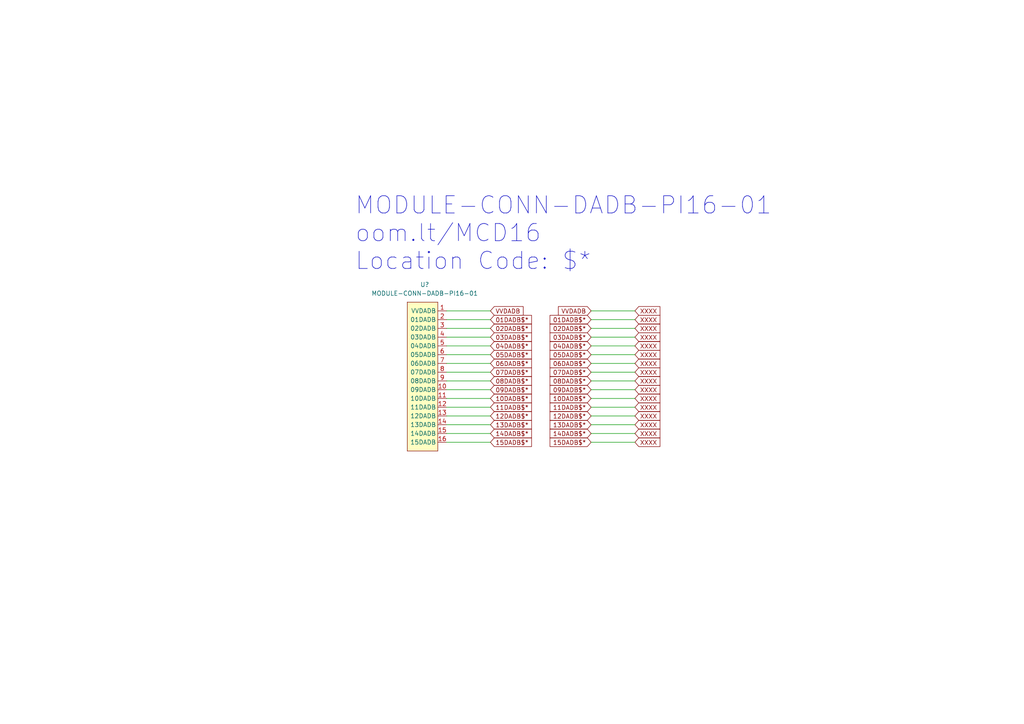
<source format=kicad_sch>
(kicad_sch (version 20211123) (generator eeschema)
  (paper "A4")
  (lib_symbols
    (symbol "oomlout_OOMP_modules:MODULE-CONN-DADB-PI16-01"
      (property "Reference" "U" (at 0 7.62 0))
      (property "Value" "MODULE-CONN-DADB-PI16-01" (at 0 5.08 0))
      (symbol "MODULE-CONN-DADB-PI16-01_0_1"
        (rectangle (start -11.43 2.54) (end -2.54 -40.64) (fill (type background)))
        (rectangle (start -1.27 -8.89) (end -1.27 -8.89))
      )
      (symbol "MODULE-CONN-DADB-PI16-01_1_1"
        (pin input line (at 0 0 180) (length 2.54) (name "VVDADB") (number "1"))
        (pin input line (at 0 -22.86 180) (length 2.54) (name "09DADB") (number "10"))
        (pin input line (at 0 -25.4 180) (length 2.54) (name "10DADB") (number "11"))
        (pin input line (at 0 -27.94 180) (length 2.54) (name "11DADB") (number "12"))
        (pin input line (at 0 -30.48 180) (length 2.54) (name "12DADB") (number "13"))
        (pin input line (at 0 -33.02 180) (length 2.54) (name "13DADB") (number "14"))
        (pin input line (at 0 -35.56 180) (length 2.54) (name "14DADB") (number "15"))
        (pin input line (at 0 -38.1 180) (length 2.54) (name "15DADB") (number "16"))
        (pin input line (at 0 -2.54 180) (length 2.54) (name "01DADB") (number "2"))
        (pin input line (at 0 -5.08 180) (length 2.54) (name "02DADB") (number "3"))
        (pin input line (at 0 -7.62 180) (length 2.54) (name "03DADB") (number "4"))
        (pin input line (at 0 -10.16 180) (length 2.54) (name "04DADB") (number "5"))
        (pin input line (at 0 -12.7 180) (length 2.54) (name "05DADB") (number "6"))
        (pin input line (at 0 -15.24 180) (length 2.54) (name "06DADB") (number "7"))
        (pin input line (at 0 -17.78 180) (length 2.54) (name "07DADB") (number "8"))
        (pin input line (at 0 -20.32 180) (length 2.54) (name "08DADB") (number "9"))
      )
    )
  )
  (wire (pts (xy 129.54 115.57) (xy 142.24 115.57)))
  (wire (pts (xy 171.45 95.25) (xy 184.15 95.25)))
  (wire (pts (xy 129.54 128.27) (xy 142.24 128.27)))
  (wire (pts (xy 171.45 110.49) (xy 184.15 110.49)))
  (wire (pts (xy 171.45 90.17) (xy 184.15 90.17)))
  (wire (pts (xy 171.45 105.41) (xy 184.15 105.41)))
  (wire (pts (xy 129.54 120.65) (xy 142.24 120.65)))
  (wire (pts (xy 129.54 107.95) (xy 142.24 107.95)))
  (wire (pts (xy 171.45 115.57) (xy 184.15 115.57)))
  (wire (pts (xy 129.54 113.03) (xy 142.24 113.03)))
  (wire (pts (xy 129.54 97.79) (xy 142.24 97.79)))
  (wire (pts (xy 171.45 125.73) (xy 184.15 125.73)))
  (wire (pts (xy 129.54 118.11) (xy 142.24 118.11)))
  (wire (pts (xy 171.45 123.19) (xy 184.15 123.19)))
  (wire (pts (xy 129.54 125.73) (xy 142.24 125.73)))
  (wire (pts (xy 171.45 120.65) (xy 184.15 120.65)))
  (wire (pts (xy 129.54 102.87) (xy 142.24 102.87)))
  (wire (pts (xy 129.54 95.25) (xy 142.24 95.25)))
  (wire (pts (xy 171.45 118.11) (xy 184.15 118.11)))
  (wire (pts (xy 171.45 107.95) (xy 184.15 107.95)))
  (wire (pts (xy 129.54 92.71) (xy 142.24 92.71)))
  (wire (pts (xy 129.54 105.41) (xy 142.24 105.41)))
  (wire (pts (xy 129.54 100.33) (xy 142.24 100.33)))
  (wire (pts (xy 171.45 102.87) (xy 184.15 102.87)))
  (wire (pts (xy 171.45 100.33) (xy 184.15 100.33)))
  (wire (pts (xy 171.45 128.27) (xy 184.15 128.27)))
  (wire (pts (xy 171.45 97.79) (xy 184.15 97.79)))
  (wire (pts (xy 129.54 110.49) (xy 142.24 110.49)))
  (wire (pts (xy 129.54 123.19) (xy 142.24 123.19)))
  (wire (pts (xy 129.54 90.17) (xy 142.24 90.17)))
  (wire (pts (xy 171.45 92.71) (xy 184.15 92.71)))
  (wire (pts (xy 171.45 113.03) (xy 184.15 113.03)))
  (text "MODULE-CONN-DADB-PI16-01\noom.lt/MCD16\nLocation Code: $*" (at 102.87 78.74 0) (effects (font (size 5 5)) (justify left bottom)))
  (global_label "03DADB$*" (shape input) (at 171.45 97.79 180) (property "Intersheet References" "${INTERSHEET_REFS}" (effects hide)))
  (global_label "XXXX" (shape input) (at 184.15 123.19 0) (property "Intersheet References" "${INTERSHEET_REFS}" (effects hide)))
  (global_label "XXXX" (shape input) (at 184.15 100.33 0) (property "Intersheet References" "${INTERSHEET_REFS}" (effects hide)))
  (global_label "12DADB$*" (shape input) (at 142.24 120.65 0) (property "Intersheet References" "${INTERSHEET_REFS}" (effects hide)))
  (global_label "13DADB$*" (shape input) (at 171.45 123.19 180) (property "Intersheet References" "${INTERSHEET_REFS}" (effects hide)))
  (global_label "XXXX" (shape input) (at 184.15 110.49 0) (property "Intersheet References" "${INTERSHEET_REFS}" (effects hide)))
  (global_label "15DADB$*" (shape input) (at 142.24 128.27 0) (property "Intersheet References" "${INTERSHEET_REFS}" (effects hide)))
  (global_label "10DADB$*" (shape input) (at 171.45 115.57 180) (property "Intersheet References" "${INTERSHEET_REFS}" (effects hide)))
  (global_label "XXXX" (shape input) (at 184.15 105.41 0) (property "Intersheet References" "${INTERSHEET_REFS}" (effects hide)))
  (global_label "14DADB$*" (shape input) (at 142.24 125.73 0) (property "Intersheet References" "${INTERSHEET_REFS}" (effects hide)))
  (global_label "01DADB$*" (shape input) (at 171.45 92.71 180) (property "Intersheet References" "${INTERSHEET_REFS}" (effects hide)))
  (global_label "04DADB$*" (shape input) (at 142.24 100.33 0) (property "Intersheet References" "${INTERSHEET_REFS}" (effects hide)))
  (global_label "XXXX" (shape input) (at 184.15 115.57 0) (property "Intersheet References" "${INTERSHEET_REFS}" (effects hide)))
  (global_label "XXXX" (shape input) (at 184.15 118.11 0) (property "Intersheet References" "${INTERSHEET_REFS}" (effects hide)))
  (global_label "06DADB$*" (shape input) (at 171.45 105.41 180) (property "Intersheet References" "${INTERSHEET_REFS}" (effects hide)))
  (global_label "13DADB$*" (shape input) (at 142.24 123.19 0) (property "Intersheet References" "${INTERSHEET_REFS}" (effects hide)))
  (global_label "XXXX" (shape input) (at 184.15 128.27 0) (property "Intersheet References" "${INTERSHEET_REFS}" (effects hide)))
  (global_label "05DADB$*" (shape input) (at 171.45 102.87 180) (property "Intersheet References" "${INTERSHEET_REFS}" (effects hide)))
  (global_label "01DADB$*" (shape input) (at 142.24 92.71 0) (property "Intersheet References" "${INTERSHEET_REFS}" (effects hide)))
  (global_label "11DADB$*" (shape input) (at 171.45 118.11 180) (property "Intersheet References" "${INTERSHEET_REFS}" (effects hide)))
  (global_label "XXXX" (shape input) (at 184.15 97.79 0) (property "Intersheet References" "${INTERSHEET_REFS}" (effects hide)))
  (global_label "XXXX" (shape input) (at 184.15 92.71 0) (property "Intersheet References" "${INTERSHEET_REFS}" (effects hide)))
  (global_label "14DADB$*" (shape input) (at 171.45 125.73 180) (property "Intersheet References" "${INTERSHEET_REFS}" (effects hide)))
  (global_label "XXXX" (shape input) (at 184.15 113.03 0) (property "Intersheet References" "${INTERSHEET_REFS}" (effects hide)))
  (global_label "07DADB$*" (shape input) (at 142.24 107.95 0) (property "Intersheet References" "${INTERSHEET_REFS}" (effects hide)))
  (global_label "XXXX" (shape input) (at 184.15 95.25 0) (property "Intersheet References" "${INTERSHEET_REFS}" (effects hide)))
  (global_label "XXXX" (shape input) (at 184.15 120.65 0) (property "Intersheet References" "${INTERSHEET_REFS}" (effects hide)))
  (global_label "04DADB$*" (shape input) (at 171.45 100.33 180) (property "Intersheet References" "${INTERSHEET_REFS}" (effects hide)))
  (global_label "07DADB$*" (shape input) (at 171.45 107.95 180) (property "Intersheet References" "${INTERSHEET_REFS}" (effects hide)))
  (global_label "11DADB$*" (shape input) (at 142.24 118.11 0) (property "Intersheet References" "${INTERSHEET_REFS}" (effects hide)))
  (global_label "XXXX" (shape input) (at 184.15 90.17 0) (property "Intersheet References" "${INTERSHEET_REFS}" (effects hide)))
  (global_label "10DADB$*" (shape input) (at 142.24 115.57 0) (property "Intersheet References" "${INTERSHEET_REFS}" (effects hide)))
  (global_label "09DADB$*" (shape input) (at 142.24 113.03 0) (property "Intersheet References" "${INTERSHEET_REFS}" (effects hide)))
  (global_label "12DADB$*" (shape input) (at 171.45 120.65 180) (property "Intersheet References" "${INTERSHEET_REFS}" (effects hide)))
  (global_label "02DADB$*" (shape input) (at 171.45 95.25 180) (property "Intersheet References" "${INTERSHEET_REFS}" (effects hide)))
  (global_label "XXXX" (shape input) (at 184.15 107.95 0) (property "Intersheet References" "${INTERSHEET_REFS}" (effects hide)))
  (global_label "03DADB$*" (shape input) (at 142.24 97.79 0) (property "Intersheet References" "${INTERSHEET_REFS}" (effects hide)))
  (global_label "06DADB$*" (shape input) (at 142.24 105.41 0) (property "Intersheet References" "${INTERSHEET_REFS}" (effects hide)))
  (global_label "VVDADB" (shape input) (at 171.45 90.17 180) (property "Intersheet References" "${INTERSHEET_REFS}" (effects hide)))
  (global_label "08DADB$*" (shape input) (at 171.45 110.49 180) (property "Intersheet References" "${INTERSHEET_REFS}" (effects hide)))
  (global_label "XXXX" (shape input) (at 184.15 102.87 0) (property "Intersheet References" "${INTERSHEET_REFS}" (effects hide)))
  (global_label "XXXX" (shape input) (at 184.15 125.73 0) (property "Intersheet References" "${INTERSHEET_REFS}" (effects hide)))
  (global_label "VVDADB" (shape input) (at 142.24 90.17 0) (property "Intersheet References" "${INTERSHEET_REFS}" (effects hide)))
  (global_label "15DADB$*" (shape input) (at 171.45 128.27 180) (property "Intersheet References" "${INTERSHEET_REFS}" (effects hide)))
  (global_label "08DADB$*" (shape input) (at 142.24 110.49 0) (property "Intersheet References" "${INTERSHEET_REFS}" (effects hide)))
  (global_label "09DADB$*" (shape input) (at 171.45 113.03 180) (property "Intersheet References" "${INTERSHEET_REFS}" (effects hide)))
  (global_label "05DADB$*" (shape input) (at 142.24 102.87 0) (property "Intersheet References" "${INTERSHEET_REFS}" (effects hide)))
  (global_label "02DADB$*" (shape input) (at 142.24 95.25 0) (property "Intersheet References" "${INTERSHEET_REFS}" (effects hide)))
  (symbol (lib_id "oomlout_OOMP_modules:MODULE-CONN-DADB-PI16-01") (at 129.54 90.17 0) (unit 1)
    (property "Reference" "U?" (at 123.19 82.55 0))
    (property "Value" "MODULE-CONN-DADB-PI16-01" (at 123.19 85.09 0))
  )
)
</source>
